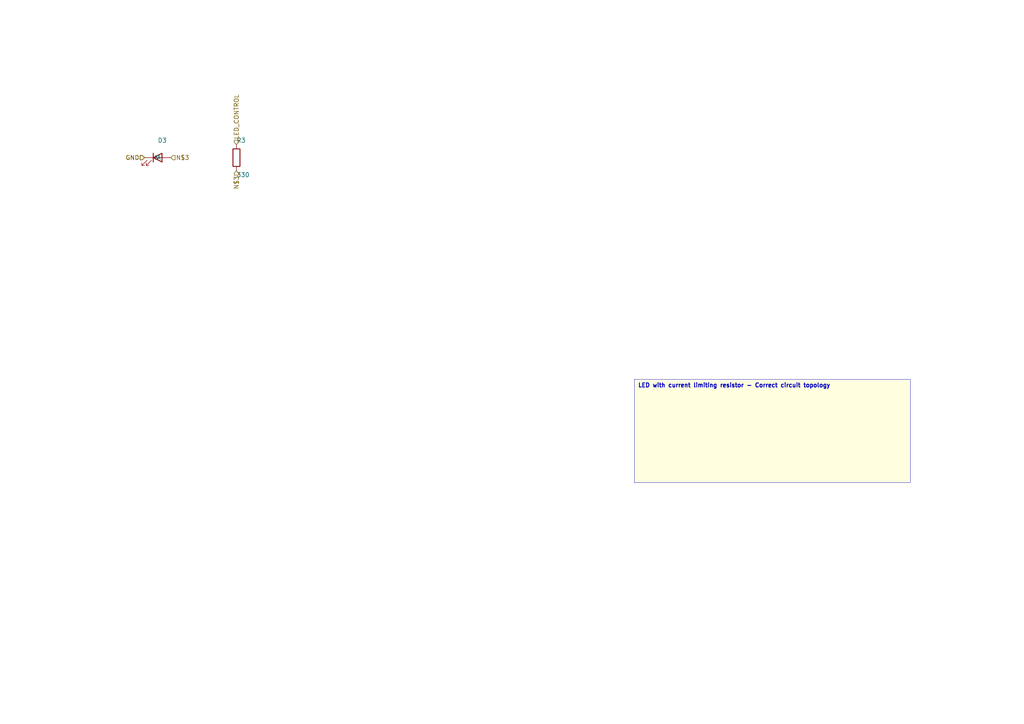
<source format=kicad_sch>
(kicad_sch (version 20250114) (generator "kicad_api") (generator_version "9.0")
  (paper "A4")
  (lib_symbols
    (symbol "Device:LED" (pin_numbers hide) (pin_names (offset 0.254))
      (property "Reference" "{'value': 'D', 'position': {'x': 0.0, 'y': 2.54, 'rotation': 0.0}, 'effects': {'font_size': [1.27, 1.27]}}" (at 0.0 0.0 0))
      (property "Value" "{'value': 'LED', 'position': {'x': 0.0, 'y': -2.54, 'rotation': 0.0}, 'effects': {'font_size': [1.27, 1.27]}}" (at 0.0 0.0 0))
      (property "Sim.Pins" "{'value': '1=K 2=A', 'position': {'x': 0.0, 'y': 0.0, 'rotation': 0.0}, 'effects': {'font_size': [1.27, 1.27]}}" (at 0.0 0.0 0))
      (symbol "LED_0_1"
        (polyline (pts (xy -3.048 -0.762) (xy -4.572 -2.286) (xy -3.81 -2.286) (xy -4.572 -2.286) (xy -4.572 -1.524)) (stroke (width 0.0)))
        (polyline (pts (xy -1.778 -0.762) (xy -3.302 -2.286) (xy -2.54 -2.286) (xy -3.302 -2.286) (xy -3.302 -1.524)) (stroke (width 0.0)))
        (polyline (pts (xy -1.27 0.0) (xy 1.27 0.0)) (stroke (width 0.0)))
        (polyline (pts (xy -1.27 -1.27) (xy -1.27 1.27)) (stroke (width 0.254)))
        (polyline (pts (xy 1.27 -1.27) (xy 1.27 1.27) (xy -1.27 0.0) (xy 1.27 -1.27)) (stroke (width 0.254)))
      )
      (symbol "LED_1_1"
        (pin passive line (at -3.81 0.0 0) (length 2.54) (name K) (number "1"))
        (pin passive line (at 3.81 0.0 180) (length 2.54) (name A) (number "2"))
      )
    )
    (symbol "Device:R" (pin_numbers hide) (pin_names (offset 0.254))
      (property "Reference" "{'value': 'R', 'position': {'x': 2.032, 'y': 0.0, 'rotation': 90.0}, 'effects': {'font_size': [1.27, 1.27]}}" (at 0.0 0.0 0))
      (property "Value" "{'value': 'R', 'position': {'x': 0.0, 'y': 0.0, 'rotation': 90.0}, 'effects': {'font_size': [1.27, 1.27]}}" (at 0.0 0.0 0))
      (symbol "R_0_1"
        (rectangle (start -1.016 -2.54) (end 1.016 2.54) (stroke (width 0.254)))
      )
      (symbol "R_1_1"
        (pin passive line (at 0.0 3.81 270) (length 1.27) (name ~) (number "1"))
        (pin passive line (at 0.0 -3.81 90) (length 1.27) (name ~) (number "2"))
      )
    )
  )
  (title_block (title LED_Blinker) (date 2025-08-04) (company Circuit-Synth))
  (symbol (lib_id "Device:LED") (at 45.72 45.72 0) (unit 1)
    (property "Reference" "D3" (at 45.72 40.72 0) (effects (justify left)))
    (property "Footprint" "LED_SMD:LED_0805_2012Metric" (effects (hide yes)))
  )
  (symbol (lib_id "Device:R") (at 68.58 45.72 0) (unit 1)
    (property "Reference" "R3" (at 68.58 40.72 0) (effects (justify left)))
    (property "Value" "330" (at 68.58 50.72 0) (effects (justify left)))
    (property "Footprint" "Resistor_SMD:R_0805_2012Metric" (effects (hide yes)))
  )
  (hierarchical_label GND (shape input) (at 41.91 45.72 180))
  (hierarchical_label GND (shape input) (at 41.91 45.72 180))
  (hierarchical_label N$3 (shape input) (at 49.53 45.72 0))
  (hierarchical_label N$3 (shape input) (at 68.58 49.53 270))
  (hierarchical_label LED_CONTROL (shape input) (at 68.58 41.91 90))
  (text_box "LED with current limiting resistor - Correct circuit topology" (exclude_from_sim yes) (at 184.0 110.0 0) (size 80.0 30.0) (margins 1.0 1.0 1.0 1.0) (stroke (width 0.1)) (fill (type color) (color 255 255 224 1)) (effects (font (size 1.2 1.2) (thickness 0.254)) (justify left top)))
)
</source>
